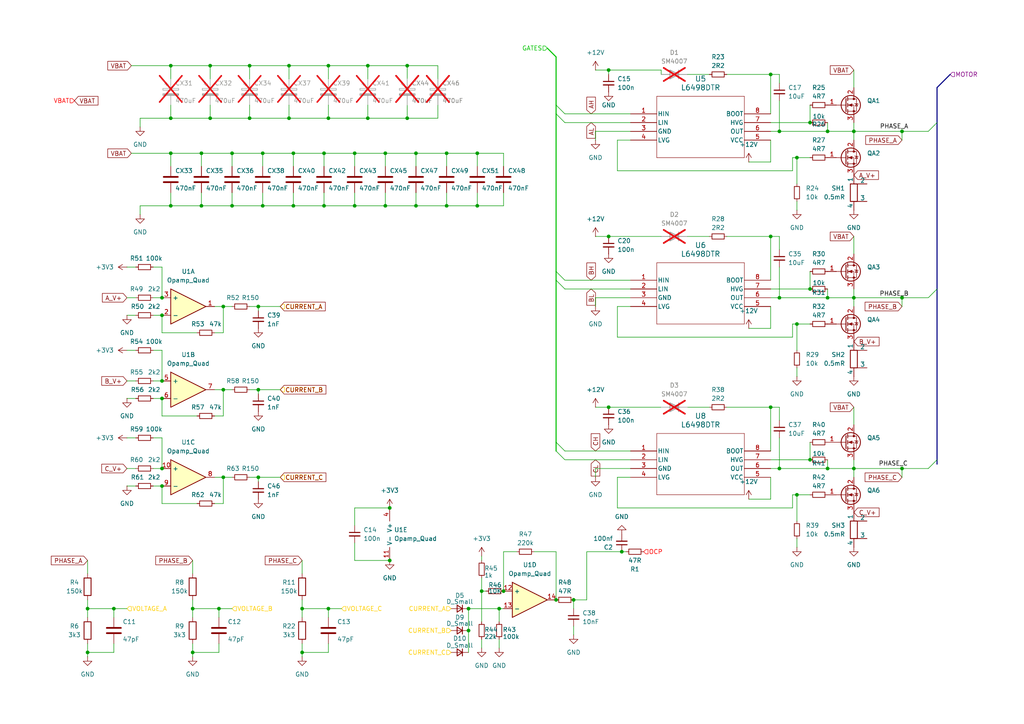
<source format=kicad_sch>
(kicad_sch (version 20231120) (generator "eeschema") (generator_version "8.0")
  (paper "A4")
  (junction (at 223.52 21.59))
  (junction (at 49.53 59.69))
  (junction (at 72.39 34.29))
  (junction (at 247.65 135.89))
  (junction (at 111.76 59.69))
  (junction (at 135.89 176.53))
  (junction (at 102.87 59.69))
  (junction (at 72.39 19.05))
  (junction (at 135.89 182.88))
  (junction (at 49.53 34.29))
  (junction (at 138.43 44.45))
  (junction (at 144.78 176.53))
  (junction (at 120.65 59.69))
  (junction (at 55.88 189.23))
  (junction (at 138.43 59.69))
  (junction (at 176.53 20.32))
  (junction (at 49.53 19.05))
  (junction (at 74.93 138.43))
  (junction (at 240.03 135.89))
  (junction (at 33.02 176.53))
  (junction (at 226.06 135.89))
  (junction (at 240.03 38.1))
  (junction (at 180.34 160.02))
  (junction (at 240.03 86.36))
  (junction (at 74.93 88.9))
  (junction (at 85.09 59.69))
  (junction (at 63.5 176.53))
  (junction (at 93.98 44.45))
  (junction (at 261.62 86.36))
  (junction (at 95.25 19.05))
  (junction (at 87.63 176.53))
  (junction (at 146.05 171.45))
  (junction (at 231.14 143.51))
  (junction (at 118.11 34.29))
  (junction (at 234.95 133.35))
  (junction (at 74.93 113.03))
  (junction (at 139.7 171.45))
  (junction (at 76.2 44.45))
  (junction (at 64.77 113.03))
  (junction (at 46.99 135.89))
  (junction (at 58.42 44.45))
  (junction (at 60.96 34.29))
  (junction (at 113.03 147.32))
  (junction (at 106.68 19.05))
  (junction (at 58.42 59.69))
  (junction (at 247.65 86.36))
  (junction (at 176.53 118.11))
  (junction (at 93.98 59.69))
  (junction (at 76.2 59.69))
  (junction (at 118.11 19.05))
  (junction (at 49.53 44.45))
  (junction (at 261.62 135.89))
  (junction (at 64.77 88.9))
  (junction (at 223.52 118.11))
  (junction (at 176.53 68.58))
  (junction (at 226.06 86.36))
  (junction (at 261.62 38.1))
  (junction (at 129.54 44.45))
  (junction (at 113.03 162.56))
  (junction (at 223.52 68.58))
  (junction (at 25.4 176.53))
  (junction (at 102.87 44.45))
  (junction (at 120.65 44.45))
  (junction (at 46.99 115.57))
  (junction (at 83.82 34.29))
  (junction (at 226.06 38.1))
  (junction (at 87.63 189.23))
  (junction (at 46.99 91.44))
  (junction (at 234.95 35.56))
  (junction (at 95.25 176.53))
  (junction (at 46.99 110.49))
  (junction (at 67.31 59.69))
  (junction (at 64.77 138.43))
  (junction (at 60.96 19.05))
  (junction (at 111.76 44.45))
  (junction (at 161.29 173.99))
  (junction (at 166.37 173.99))
  (junction (at 25.4 189.23))
  (junction (at 67.31 44.45))
  (junction (at 231.14 93.98))
  (junction (at 106.68 34.29))
  (junction (at 231.14 45.72))
  (junction (at 85.09 44.45))
  (junction (at 46.99 140.97))
  (junction (at 46.99 86.36))
  (junction (at 83.82 19.05))
  (junction (at 247.65 38.1))
  (junction (at 234.95 83.82))
  (junction (at 129.54 59.69))
  (junction (at 55.88 176.53))
  (junction (at 95.25 34.29))
  (bus_entry (at 161.29 128.27) (size 2.54 2.54))
  (bus_entry (at 161.29 33.02) (size 2.54 2.54))
  (bus_entry (at 161.29 78.74) (size 2.54 2.54))
  (bus_entry (at 161.29 130.81) (size 2.54 2.54))
  (bus_entry (at 271.78 133.35) (size -2.54 2.54))
  (bus_entry (at 271.78 83.82) (size -2.54 2.54))
  (bus_entry (at 271.78 35.56) (size -2.54 2.54))
  (bus_entry (at 161.29 81.28) (size 2.54 2.54))
  (bus_entry (at 161.29 30.48) (size 2.54 2.54))
  (wire (pts (xy 87.63 176.53) (xy 87.63 179.07)))
  (wire (pts (xy 25.4 173.99) (xy 25.4 176.53)))
  (wire (pts (xy 226.06 135.89) (xy 240.03 135.89)))
  (wire (pts (xy 64.77 113.03) (xy 67.31 113.03)))
  (wire (pts (xy 118.11 34.29) (xy 127 34.29)))
  (wire (pts (xy 64.77 88.9) (xy 67.31 88.9)))
  (wire (pts (xy 46.99 120.65) (xy 46.99 115.57)))
  (wire (pts (xy 138.43 55.88) (xy 138.43 59.69)))
  (wire (pts (xy 46.99 86.36) (xy 46.99 77.47)))
  (wire (pts (xy 111.76 44.45) (xy 120.65 44.45)))
  (wire (pts (xy 102.87 147.32) (xy 102.87 152.4)))
  (wire (pts (xy 93.98 55.88) (xy 93.98 59.69)))
  (wire (pts (xy 247.65 40.64) (xy 247.65 38.1)))
  (wire (pts (xy 102.87 44.45) (xy 111.76 44.45)))
  (wire (pts (xy 166.37 173.99) (xy 166.37 176.53)))
  (wire (pts (xy 57.15 96.52) (xy 46.99 96.52)))
  (wire (pts (xy 226.06 38.1) (xy 240.03 38.1)))
  (wire (pts (xy 163.83 81.28) (xy 182.88 81.28)))
  (wire (pts (xy 95.25 186.69) (xy 95.25 189.23)))
  (wire (pts (xy 33.02 189.23) (xy 25.4 189.23)))
  (wire (pts (xy 172.72 118.11) (xy 176.53 118.11)))
  (wire (pts (xy 223.52 135.89) (xy 226.06 135.89)))
  (wire (pts (xy 181.61 160.02) (xy 180.34 160.02)))
  (wire (pts (xy 40.64 59.69) (xy 40.64 62.23)))
  (wire (pts (xy 223.52 95.25) (xy 217.17 95.25)))
  (wire (pts (xy 231.14 143.51) (xy 229.87 143.51)))
  (wire (pts (xy 33.02 176.53) (xy 33.02 179.07)))
  (wire (pts (xy 58.42 44.45) (xy 67.31 44.45)))
  (wire (pts (xy 247.65 86.36) (xy 261.62 86.36)))
  (wire (pts (xy 106.68 19.05) (xy 106.68 22.86)))
  (wire (pts (xy 72.39 113.03) (xy 74.93 113.03)))
  (wire (pts (xy 111.76 59.69) (xy 120.65 59.69)))
  (wire (pts (xy 261.62 86.36) (xy 269.24 86.36)))
  (wire (pts (xy 199.39 118.11) (xy 205.74 118.11)))
  (wire (pts (xy 231.14 53.34) (xy 231.14 45.72)))
  (wire (pts (xy 139.7 167.64) (xy 139.7 171.45)))
  (wire (pts (xy 144.78 185.42) (xy 144.78 187.96)))
  (wire (pts (xy 102.87 59.69) (xy 111.76 59.69)))
  (wire (pts (xy 95.25 19.05) (xy 106.68 19.05)))
  (wire (pts (xy 111.76 44.45) (xy 111.76 48.26)))
  (wire (pts (xy 64.77 88.9) (xy 64.77 96.52)))
  (wire (pts (xy 74.93 113.03) (xy 81.28 113.03)))
  (wire (pts (xy 161.29 160.02) (xy 161.29 173.99)))
  (wire (pts (xy 240.03 38.1) (xy 247.65 38.1)))
  (wire (pts (xy 85.09 44.45) (xy 85.09 48.26)))
  (wire (pts (xy 46.99 110.49) (xy 46.99 101.6)))
  (wire (pts (xy 67.31 44.45) (xy 67.31 48.26)))
  (bus (pts (xy 161.29 81.28) (xy 161.29 128.27)) (stroke (width 0) (color 0 194 0 1)))
  (wire (pts (xy 64.77 96.52) (xy 62.23 96.52)))
  (wire (pts (xy 226.06 127) (xy 226.06 135.89)))
  (wire (pts (xy 95.25 34.29) (xy 106.68 34.29)))
  (wire (pts (xy 247.65 135.89) (xy 261.62 135.89)))
  (wire (pts (xy 179.07 97.79) (xy 179.07 88.9)))
  (wire (pts (xy 231.14 156.21) (xy 231.14 158.75)))
  (wire (pts (xy 138.43 44.45) (xy 138.43 48.26)))
  (wire (pts (xy 67.31 55.88) (xy 67.31 59.69)))
  (wire (pts (xy 44.45 77.47) (xy 46.99 77.47)))
  (wire (pts (xy 36.83 77.47) (xy 39.37 77.47)))
  (wire (pts (xy 139.7 171.45) (xy 140.97 171.45)))
  (wire (pts (xy 223.52 86.36) (xy 226.06 86.36)))
  (wire (pts (xy 127 19.05) (xy 127 22.86)))
  (wire (pts (xy 55.88 173.99) (xy 55.88 176.53)))
  (wire (pts (xy 46.99 135.89) (xy 46.99 127)))
  (wire (pts (xy 135.89 182.88) (xy 135.89 189.23)))
  (wire (pts (xy 182.88 38.1) (xy 172.72 38.1)))
  (wire (pts (xy 139.7 161.29) (xy 139.7 162.56)))
  (wire (pts (xy 64.77 120.65) (xy 62.23 120.65)))
  (wire (pts (xy 129.54 55.88) (xy 129.54 59.69)))
  (wire (pts (xy 49.53 34.29) (xy 60.96 34.29)))
  (wire (pts (xy 234.95 78.74) (xy 234.95 83.82)))
  (wire (pts (xy 234.95 133.35) (xy 223.52 133.35)))
  (wire (pts (xy 36.83 140.97) (xy 39.37 140.97)))
  (wire (pts (xy 129.54 59.69) (xy 120.65 59.69)))
  (wire (pts (xy 60.96 30.48) (xy 60.96 34.29)))
  (bus (pts (xy 271.78 133.35) (xy 271.78 134.62)))
  (wire (pts (xy 247.65 68.58) (xy 247.65 73.66)))
  (wire (pts (xy 139.7 171.45) (xy 139.7 180.34)))
  (wire (pts (xy 67.31 44.45) (xy 76.2 44.45)))
  (wire (pts (xy 231.14 106.68) (xy 231.14 109.22)))
  (wire (pts (xy 210.82 68.58) (xy 223.52 68.58)))
  (bus (pts (xy 158.75 13.97) (xy 161.29 16.51)) (stroke (width 0) (color 0 194 0 1)))
  (wire (pts (xy 223.52 46.99) (xy 217.17 46.99)))
  (wire (pts (xy 231.14 58.42) (xy 231.14 60.96)))
  (wire (pts (xy 240.03 135.89) (xy 247.65 135.89)))
  (wire (pts (xy 210.82 118.11) (xy 223.52 118.11)))
  (wire (pts (xy 106.68 34.29) (xy 118.11 34.29)))
  (wire (pts (xy 49.53 30.48) (xy 49.53 34.29)))
  (wire (pts (xy 55.88 176.53) (xy 63.5 176.53)))
  (wire (pts (xy 170.18 173.99) (xy 166.37 173.99)))
  (wire (pts (xy 60.96 34.29) (xy 72.39 34.29)))
  (wire (pts (xy 93.98 44.45) (xy 93.98 48.26)))
  (wire (pts (xy 261.62 38.1) (xy 269.24 38.1)))
  (wire (pts (xy 57.15 120.65) (xy 46.99 120.65)))
  (wire (pts (xy 199.39 21.59) (xy 205.74 21.59)))
  (wire (pts (xy 229.87 147.32) (xy 179.07 147.32)))
  (wire (pts (xy 25.4 186.69) (xy 25.4 189.23)))
  (wire (pts (xy 44.45 115.57) (xy 46.99 115.57)))
  (wire (pts (xy 64.77 138.43) (xy 67.31 138.43)))
  (wire (pts (xy 247.65 38.1) (xy 261.62 38.1)))
  (wire (pts (xy 179.07 49.53) (xy 179.07 40.64)))
  (wire (pts (xy 120.65 44.45) (xy 120.65 48.26)))
  (wire (pts (xy 179.07 138.43) (xy 182.88 138.43)))
  (wire (pts (xy 55.88 176.53) (xy 55.88 179.07)))
  (wire (pts (xy 62.23 138.43) (xy 64.77 138.43)))
  (wire (pts (xy 261.62 38.1) (xy 261.62 40.64)))
  (wire (pts (xy 49.53 44.45) (xy 58.42 44.45)))
  (wire (pts (xy 111.76 55.88) (xy 111.76 59.69)))
  (wire (pts (xy 40.64 59.69) (xy 49.53 59.69)))
  (wire (pts (xy 154.94 160.02) (xy 161.29 160.02)))
  (wire (pts (xy 223.52 138.43) (xy 223.52 144.78)))
  (wire (pts (xy 261.62 86.36) (xy 261.62 88.9)))
  (wire (pts (xy 76.2 59.69) (xy 67.31 59.69)))
  (bus (pts (xy 161.29 78.74) (xy 161.29 81.28)) (stroke (width 0) (color 0 194 0 1)))
  (wire (pts (xy 62.23 113.03) (xy 64.77 113.03)))
  (wire (pts (xy 176.53 20.32) (xy 191.77 20.32)))
  (wire (pts (xy 226.06 77.47) (xy 226.06 86.36)))
  (wire (pts (xy 176.53 118.11) (xy 191.77 118.11)))
  (wire (pts (xy 58.42 44.45) (xy 58.42 48.26)))
  (wire (pts (xy 87.63 162.56) (xy 87.63 166.37)))
  (wire (pts (xy 87.63 189.23) (xy 87.63 190.5)))
  (wire (pts (xy 199.39 68.58) (xy 205.74 68.58)))
  (wire (pts (xy 63.5 186.69) (xy 63.5 189.23)))
  (wire (pts (xy 163.83 133.35) (xy 182.88 133.35)))
  (wire (pts (xy 182.88 86.36) (xy 172.72 86.36)))
  (wire (pts (xy 226.06 68.58) (xy 226.06 72.39)))
  (wire (pts (xy 85.09 55.88) (xy 85.09 59.69)))
  (wire (pts (xy 172.72 38.1) (xy 172.72 40.64)))
  (wire (pts (xy 58.42 59.69) (xy 67.31 59.69)))
  (wire (pts (xy 223.52 40.64) (xy 223.52 46.99)))
  (wire (pts (xy 44.45 127) (xy 46.99 127)))
  (wire (pts (xy 102.87 162.56) (xy 113.03 162.56)))
  (wire (pts (xy 172.72 20.32) (xy 176.53 20.32)))
  (wire (pts (xy 57.15 146.05) (xy 46.99 146.05)))
  (wire (pts (xy 72.39 88.9) (xy 74.93 88.9)))
  (wire (pts (xy 46.99 146.05) (xy 46.99 140.97)))
  (wire (pts (xy 261.62 135.89) (xy 269.24 135.89)))
  (wire (pts (xy 229.87 97.79) (xy 179.07 97.79)))
  (wire (pts (xy 146.05 44.45) (xy 146.05 48.26)))
  (wire (pts (xy 46.99 96.52) (xy 46.99 91.44)))
  (wire (pts (xy 127 30.48) (xy 127 34.29)))
  (wire (pts (xy 226.06 21.59) (xy 226.06 24.13)))
  (wire (pts (xy 87.63 176.53) (xy 95.25 176.53)))
  (wire (pts (xy 210.82 21.59) (xy 223.52 21.59)))
  (wire (pts (xy 49.53 59.69) (xy 58.42 59.69)))
  (wire (pts (xy 83.82 19.05) (xy 95.25 19.05)))
  (wire (pts (xy 25.4 176.53) (xy 25.4 179.07)))
  (wire (pts (xy 49.53 19.05) (xy 60.96 19.05)))
  (wire (pts (xy 85.09 44.45) (xy 93.98 44.45)))
  (wire (pts (xy 38.1 44.45) (xy 49.53 44.45)))
  (wire (pts (xy 74.93 138.43) (xy 81.28 138.43)))
  (wire (pts (xy 76.2 44.45) (xy 85.09 44.45)))
  (wire (pts (xy 172.72 135.89) (xy 172.72 138.43)))
  (wire (pts (xy 176.53 68.58) (xy 191.77 68.58)))
  (wire (pts (xy 87.63 186.69) (xy 87.63 189.23)))
  (wire (pts (xy 129.54 44.45) (xy 138.43 44.45)))
  (wire (pts (xy 223.52 68.58) (xy 223.52 81.28)))
  (wire (pts (xy 240.03 35.56) (xy 240.03 38.1)))
  (wire (pts (xy 63.5 176.53) (xy 63.5 179.07)))
  (wire (pts (xy 36.83 86.36) (xy 39.37 86.36)))
  (wire (pts (xy 95.25 189.23) (xy 87.63 189.23)))
  (bus (pts (xy 161.29 128.27) (xy 161.29 130.81)) (stroke (width 0) (color 0 194 0 1)))
  (wire (pts (xy 166.37 181.61) (xy 166.37 184.15)))
  (wire (pts (xy 64.77 113.03) (xy 64.77 120.65)))
  (wire (pts (xy 58.42 55.88) (xy 58.42 59.69)))
  (wire (pts (xy 83.82 19.05) (xy 83.82 22.86)))
  (wire (pts (xy 102.87 157.48) (xy 102.87 162.56)))
  (bus (pts (xy 161.29 16.51) (xy 161.29 30.48)) (stroke (width 0) (color 0 194 0 1)))
  (wire (pts (xy 234.95 128.27) (xy 234.95 133.35)))
  (wire (pts (xy 146.05 59.69) (xy 138.43 59.69)))
  (bus (pts (xy 271.78 83.82) (xy 271.78 133.35)))
  (wire (pts (xy 72.39 19.05) (xy 72.39 22.86)))
  (wire (pts (xy 182.88 135.89) (xy 172.72 135.89)))
  (wire (pts (xy 223.52 144.78) (xy 217.17 144.78)))
  (wire (pts (xy 191.77 20.32) (xy 191.77 21.59)))
  (wire (pts (xy 234.95 83.82) (xy 223.52 83.82)))
  (wire (pts (xy 44.45 101.6) (xy 46.99 101.6)))
  (wire (pts (xy 83.82 34.29) (xy 95.25 34.29)))
  (wire (pts (xy 223.52 21.59) (xy 223.52 33.02)))
  (wire (pts (xy 44.45 110.49) (xy 46.99 110.49)))
  (wire (pts (xy 36.83 127) (xy 39.37 127)))
  (wire (pts (xy 49.53 34.29) (xy 40.64 34.29)))
  (wire (pts (xy 95.25 19.05) (xy 95.25 22.86)))
  (wire (pts (xy 163.83 35.56) (xy 182.88 35.56)))
  (wire (pts (xy 163.83 83.82) (xy 182.88 83.82)))
  (wire (pts (xy 261.62 135.89) (xy 261.62 138.43)))
  (wire (pts (xy 38.1 19.05) (xy 49.53 19.05)))
  (wire (pts (xy 102.87 55.88) (xy 102.87 59.69)))
  (wire (pts (xy 74.93 113.03) (xy 74.93 114.3)))
  (wire (pts (xy 72.39 19.05) (xy 83.82 19.05)))
  (wire (pts (xy 49.53 19.05) (xy 49.53 22.86)))
  (wire (pts (xy 49.53 44.45) (xy 49.53 48.26)))
  (wire (pts (xy 72.39 138.43) (xy 74.93 138.43)))
  (wire (pts (xy 33.02 176.53) (xy 36.83 176.53)))
  (wire (pts (xy 85.09 59.69) (xy 93.98 59.69)))
  (wire (pts (xy 223.52 68.58) (xy 226.06 68.58)))
  (wire (pts (xy 76.2 44.45) (xy 76.2 48.26)))
  (wire (pts (xy 95.25 176.53) (xy 99.06 176.53)))
  (wire (pts (xy 40.64 34.29) (xy 40.64 36.83)))
  (wire (pts (xy 44.45 135.89) (xy 46.99 135.89)))
  (wire (pts (xy 179.07 147.32) (xy 179.07 138.43)))
  (wire (pts (xy 76.2 55.88) (xy 76.2 59.69)))
  (wire (pts (xy 118.11 19.05) (xy 118.11 22.86)))
  (wire (pts (xy 102.87 44.45) (xy 102.87 48.26)))
  (wire (pts (xy 93.98 59.69) (xy 102.87 59.69)))
  (wire (pts (xy 55.88 189.23) (xy 55.88 190.5)))
  (wire (pts (xy 63.5 189.23) (xy 55.88 189.23)))
  (wire (pts (xy 146.05 160.02) (xy 149.86 160.02)))
  (wire (pts (xy 44.45 91.44) (xy 46.99 91.44)))
  (wire (pts (xy 135.89 176.53) (xy 144.78 176.53)))
  (wire (pts (xy 163.83 33.02) (xy 182.88 33.02)))
  (wire (pts (xy 223.52 88.9) (xy 223.52 95.25)))
  (wire (pts (xy 36.83 101.6) (xy 39.37 101.6)))
  (wire (pts (xy 144.78 176.53) (xy 146.05 176.53)))
  (wire (pts (xy 146.05 171.45) (xy 146.05 160.02)))
  (wire (pts (xy 179.07 40.64) (xy 182.88 40.64)))
  (wire (pts (xy 247.65 138.43) (xy 247.65 135.89)))
  (wire (pts (xy 118.11 30.48) (xy 118.11 34.29)))
  (wire (pts (xy 229.87 93.98) (xy 229.87 97.79)))
  (wire (pts (xy 74.93 88.9) (xy 74.93 90.17)))
  (wire (pts (xy 36.83 91.44) (xy 39.37 91.44)))
  (wire (pts (xy 36.83 135.89) (xy 39.37 135.89)))
  (wire (pts (xy 247.65 38.1) (xy 247.65 35.56)))
  (wire (pts (xy 138.43 44.45) (xy 146.05 44.45)))
  (wire (pts (xy 247.65 118.11) (xy 247.65 123.19)))
  (wire (pts (xy 144.78 176.53) (xy 144.78 180.34)))
  (wire (pts (xy 72.39 34.29) (xy 83.82 34.29)))
  (wire (pts (xy 234.95 93.98) (xy 231.14 93.98)))
  (wire (pts (xy 234.95 45.72) (xy 231.14 45.72)))
  (wire (pts (xy 234.95 30.48) (xy 234.95 35.56)))
  (wire (pts (xy 135.89 176.53) (xy 135.89 182.88)))
  (wire (pts (xy 229.87 143.51) (xy 229.87 147.32)))
  (wire (pts (xy 240.03 83.82) (xy 240.03 86.36)))
  (wire (pts (xy 146.05 55.88) (xy 146.05 59.69)))
  (bus (pts (xy 271.78 25.4) (xy 271.78 35.56)))
  (wire (pts (xy 170.18 160.02) (xy 170.18 173.99)))
  (wire (pts (xy 64.77 138.43) (xy 64.77 146.05)))
  (bus (pts (xy 271.78 35.56) (xy 271.78 83.82)))
  (wire (pts (xy 138.43 59.69) (xy 129.54 59.69)))
  (wire (pts (xy 223.52 118.11) (xy 223.52 130.81)))
  (wire (pts (xy 226.06 29.21) (xy 226.06 38.1)))
  (wire (pts (xy 223.52 21.59) (xy 226.06 21.59)))
  (wire (pts (xy 226.06 86.36) (xy 240.03 86.36)))
  (wire (pts (xy 139.7 185.42) (xy 139.7 187.96)))
  (wire (pts (xy 72.39 30.48) (xy 72.39 34.29)))
  (wire (pts (xy 120.65 44.45) (xy 129.54 44.45)))
  (wire (pts (xy 231.14 151.13) (xy 231.14 143.51)))
  (wire (pts (xy 55.88 162.56) (xy 55.88 166.37)))
  (wire (pts (xy 234.95 143.51) (xy 231.14 143.51)))
  (wire (pts (xy 93.98 44.45) (xy 102.87 44.45)))
  (wire (pts (xy 49.53 55.88) (xy 49.53 59.69)))
  (wire (pts (xy 63.5 176.53) (xy 67.31 176.53)))
  (wire (pts (xy 120.65 55.88) (xy 120.65 59.69)))
  (wire (pts (xy 176.53 20.32) (xy 176.53 21.59)))
  (wire (pts (xy 25.4 176.53) (xy 33.02 176.53)))
  (wire (pts (xy 95.25 30.48) (xy 95.25 34.29)))
  (wire (pts (xy 226.06 118.11) (xy 226.06 121.92)))
  (wire (pts (xy 247.65 86.36) (xy 247.65 83.82)))
  (wire (pts (xy 240.03 133.35) (xy 240.03 135.89)))
  (bus (pts (xy 161.29 30.48) (xy 161.29 33.02)) (stroke (width 0) (color 0 194 0 1)))
  (wire (pts (xy 240.03 86.36) (xy 247.65 86.36)))
  (wire (pts (xy 44.45 86.36) (xy 46.99 86.36)))
  (wire (pts (xy 247.65 135.89) (xy 247.65 133.35)))
  (wire (pts (xy 247.65 88.9) (xy 247.65 86.36)))
  (wire (pts (xy 74.93 138.43) (xy 74.93 139.7)))
  (wire (pts (xy 106.68 19.05) (xy 118.11 19.05)))
  (wire (pts (xy 74.93 88.9) (xy 81.28 88.9)))
  (wire (pts (xy 55.88 186.69) (xy 55.88 189.23)))
  (wire (pts (xy 231.14 101.6) (xy 231.14 93.98)))
  (wire (pts (xy 129.54 44.45) (xy 129.54 48.26)))
  (wire (pts (xy 25.4 162.56) (xy 25.4 166.37)))
  (wire (pts (xy 229.87 45.72) (xy 229.87 49.53)))
  (wire (pts (xy 64.77 146.05) (xy 62.23 146.05)))
  (wire (pts (xy 231.14 45.72) (xy 229.87 45.72)))
  (wire (pts (xy 33.02 186.69) (xy 33.02 189.23)))
  (wire (pts (xy 60.96 19.05) (xy 60.96 22.86)))
  (wire (pts (xy 36.83 115.57) (xy 39.37 115.57)))
  (wire (pts (xy 179.07 88.9) (xy 182.88 88.9)))
  (wire (pts (xy 118.11 19.05) (xy 127 19.05)))
  (wire (pts (xy 44.45 140.97) (xy 46.99 140.97)))
  (wire (pts (xy 62.23 88.9) (xy 64.77 88.9)))
  (wire (pts (xy 85.09 59.69) (xy 76.2 59.69)))
  (wire (pts (xy 36.83 110.49) (xy 39.37 110.49)))
  (wire (pts (xy 170.18 160.02) (xy 180.34 160.02)))
  (wire (pts (xy 83.82 30.48) (xy 83.82 34.29)))
  (wire (pts (xy 223.52 38.1) (xy 226.06 38.1)))
  (wire (pts (xy 247.65 20.32) (xy 247.65 25.4)))
  (bus (pts (xy 275.59 21.59) (xy 271.78 25.4)))
  (wire (pts (xy 113.03 147.32) (xy 102.87 147.32)))
  (wire (pts (xy 172.72 86.36) (xy 172.72 88.9)))
  (bus (pts (xy 161.29 33.02) (xy 161.29 78.74)) (stroke (width 0) (color 0 194 0 1)))
  (wire (pts (xy 95.25 176.53) (xy 95.25 179.07)))
  (wire (pts (xy 223.52 118.11) (xy 226.06 118.11)))
  (wire (pts (xy 231.14 93.98) (xy 229.87 93.98)))
  (wire (pts (xy 229.87 49.53) (xy 179.07 49.53)))
  (wire (pts (xy 163.83 130.81) (xy 182.88 130.81)))
  (wire (pts (xy 172.72 68.58) (xy 176.53 68.58)))
  (wire (pts (xy 106.68 30.48) (xy 106.68 34.29)))
  (wire (pts (xy 87.63 173.99) (xy 87.63 176.53)))
  (wire (pts (xy 234.95 35.56) (xy 223.52 35.56)))
  (wire (pts (xy 60.96 19.05) (xy 72.39 19.05)))
  (wire (pts (xy 25.4 189.23) (xy 25.4 190.5)))
  (text "PHASE_B" (at 259.334 85.344 0) (effects (font (size 1.27 1.27))))
  (text "PHASE_C" (at 259.08 134.62 0) (effects (font (size 1.27 1.27))))
  (text "PHASE_A" (at 259.334 36.83 0) (effects (font (size 1.27 1.27))))
  (global_label "PHASE_C" (shape input) (at 87.63 162.56 180) (property "Intersheetrefs" "${INTERSHEET_REFS}" (effects (hide yes))))
  (global_label "PHASE_A" (shape input) (at 25.4 162.56 180) (property "Intersheetrefs" "${INTERSHEET_REFS}" (effects (hide yes))))
  (global_label "VBAT" (shape input) (at 247.65 20.32 180) (property "Intersheetrefs" "${INTERSHEET_REFS}" (effects (hide yes))))
  (global_label "VBAT" (shape input) (at 247.65 68.58 180) (property "Intersheetrefs" "${INTERSHEET_REFS}" (effects (hide yes))))
  (global_label "A_V+" (shape input) (at 247.65 50.8 0) (property "Intersheetrefs" "${INTERSHEET_REFS}" (effects (hide yes))))
  (global_label "CURRENT_A" (shape input) (at 81.28 88.9 0) (property "Intersheetrefs" "${INTERSHEET_REFS}" (effects (hide yes))))
  (global_label "C_V+" (shape input) (at 247.65 148.59 0) (property "Intersheetrefs" "${INTERSHEET_REFS}" (effects (hide yes))))
  (global_label "PHASE_B" (shape input) (at 55.88 162.56 180) (property "Intersheetrefs" "${INTERSHEET_REFS}" (effects (hide yes))))
  (global_label "CURRENT_B" (shape input) (at 81.28 113.03 0) (property "Intersheetrefs" "${INTERSHEET_REFS}" (effects (hide yes))))
  (global_label "BH" (shape input) (at 171.45 81.28 90) (property "Intersheetrefs" "${INTERSHEET_REFS}" (effects (hide yes))))
  (global_label "PHASE_B" (shape input) (at 261.62 88.9 180) (property "Intersheetrefs" "${INTERSHEET_REFS}" (effects (hide yes))))
  (global_label "VBAT" (shape input) (at 247.65 118.11 180) (property "Intersheetrefs" "${INTERSHEET_REFS}" (effects (hide yes))))
  (global_label "VBAT" (shape input) (at 21.59 29.21 0) (property "Intersheetrefs" "${INTERSHEET_REFS}" (effects (hide yes))))
  (global_label "CURRENT_C" (shape input) (at 81.28 138.43 0) (property "Intersheetrefs" "${INTERSHEET_REFS}" (effects (hide yes))))
  (global_label "B_V+" (shape input) (at 36.83 110.49 180) (property "Intersheetrefs" "${INTERSHEET_REFS}" (effects (hide yes))))
  (global_label "CL" (shape input) (at 172.72 133.35 270) (property "Intersheetrefs" "${INTERSHEET_REFS}" (effects (hide yes))))
  (global_label "AL" (shape input) (at 171.45 35.56 270) (property "Intersheetrefs" "${INTERSHEET_REFS}" (effects (hide yes))))
  (global_label "BL" (shape input) (at 171.45 83.82 270) (property "Intersheetrefs" "${INTERSHEET_REFS}" (effects (hide yes))))
  (global_label "A_V+" (shape input) (at 36.83 86.36 180) (property "Intersheetrefs" "${INTERSHEET_REFS}" (effects (hide yes))))
  (global_label "AH" (shape input) (at 171.45 33.02 90) (property "Intersheetrefs" "${INTERSHEET_REFS}" (effects (hide yes))))
  (global_label "VBAT" (shape input) (at 38.1 44.45 180) (property "Intersheetrefs" "${INTERSHEET_REFS}" (effects (hide yes))))
  (global_label "VBAT" (shape input) (at 38.1 19.05 180) (property "Intersheetrefs" "${INTERSHEET_REFS}" (effects (hide yes))))
  (global_label "CH" (shape input) (at 172.72 130.81 90) (property "Intersheetrefs" "${INTERSHEET_REFS}" (effects (hide yes))))
  (global_label "PHASE_A" (shape input) (at 261.62 40.64 180) (property "Intersheetrefs" "${INTERSHEET_REFS}" (effects (hide yes))))
  (global_label "PHASE_C" (shape input) (at 261.62 138.43 180) (property "Intersheetrefs" "${INTERSHEET_REFS}" (effects (hide yes))))
  (global_label "B_V+" (shape input) (at 247.65 99.06 0) (property "Intersheetrefs" "${INTERSHEET_REFS}" (effects (hide yes))))
  (global_label "C_V+" (shape input) (at 36.83 135.89 180) (property "Intersheetrefs" "${INTERSHEET_REFS}" (effects (hide yes))))
  (hierarchical_label "MOTOR" (shape input) (at 275.59 21.59 0))
  (hierarchical_label "CURRENT_B" (shape input) (at 81.28 113.03 0))
  (hierarchical_label "GATES" (shape input) (at 158.75 13.97 180))
  (hierarchical_label "VBAT" (shape input) (at 21.59 29.21 180))
  (hierarchical_label "CURRENT_C" (shape input) (at 130.81 189.23 180))
  (hierarchical_label "VOLTAGE_A" (shape input) (at 36.83 176.53 0))
  (hierarchical_label "VOLTAGE_B" (shape input) (at 67.31 176.53 0))
  (hierarchical_label "VOLTAGE_C" (shape input) (at 99.06 176.53 0))
  (hierarchical_label "CURRENT_A" (shape input) (at 130.81 176.53 180))
  (hierarchical_label "CURRENT_B" (shape input) (at 130.81 182.88 180))
  (hierarchical_label "OCP" (shape input) (at 186.69 160.02 0))
  (hierarchical_label "CURRENT_A" (shape input) (at 81.28 88.9 0))
  (hierarchical_label "CURRENT_C" (shape input) (at 81.28 138.43 0))
  (symbol (lib_id "Device:C_Small") (at 74.93 142.24 0) (unit 1)
    (property "Reference" "C46" (at 77.47 140.9762 0) (effects (justify left)))
    (property "Value" "1nF" (at 77.47 143.5162 0) (effects (justify left)))
    (property "Footprint" "Capacitor_SMD:C_0603_1608Metric" (effects (hide yes)))
    (property "Description" "Unpolarized capacitor, small symbol" (effects (hide yes)))
    (property "LCSC" " C1588" (effects (hide yes)))
  )
  (symbol (lib_id "Device:R_Small") (at 231.14 153.67 0) (unit 1)
    (property "Reference" "R39" (at 233.68 152.3999 0) (effects (justify left)))
    (property "Value" "10k" (at 233.68 154.9399 0) (effects (justify left)))
    (property "Footprint" "Resistor_SMD:R_0603_1608Metric" (effects (hide yes)))
    (property "Description" "Resistor, small symbol" (effects (hide yes)))
    (property "LCSC" " C25804" (effects (hide yes)))
  )
  (symbol (lib_id "Device:R") (at 25.4 182.88 180) (unit 1)
    (property "Reference" "R6" (at 21.59 181.61 0))
    (property "Value" "3k3" (at 21.59 184.15 0))
    (property "Footprint" "Resistor_SMD:R_0603_1608Metric" (effects (hide yes)))
    (property "MFR PT" "0603WAF3301T5E" (effects (hide yes)))
    (property "LCSC" "C22978" (effects (hide yes)))
  )
  (symbol (lib_id "Device:C") (at 93.98 52.07 0) (unit 1)
    (property "Reference" "CX42" (at 95.25 49.53 0) (effects (justify left)))
    (property "Value" "470nF" (at 95.25 54.61 0) (effects (justify left)))
    (property "Footprint" "Capacitor_SMD:C_1210_3225Metric" (effects (hide yes)))
    (property "MFR PT" "FM32X474K251EGG" (effects (hide yes)))
    (property "LCSC" "C192761" (effects (hide yes)))
  )
  (symbol (lib_id "Device:C_Polarized") (at 118.11 26.67 0) (unit 1) (dnp yes)
    (property "Reference" "CX44" (at 119.38 24.13 0) (effects (justify left)))
    (property "Value" "470uF" (at 119.38 29.21 0) (effects (justify left)))
    (property "Footprint" "CCC_ESC_Custom_parts:CAP_Polaryzed" (effects (hide yes)))
  )
  (symbol (lib_id "Device:C") (at 33.02 182.88 0) (unit 1)
    (property "Reference" "C11" (at 35.56 180.34 0) (effects (justify left)))
    (property "Value" "47pF" (at 35.56 185.42 0) (effects (justify left)))
    (property "Footprint" "Capacitor_SMD:C_0603_1608Metric" (effects (hide yes)))
    (property "MFR PT" "CL10C470JB8NNNC" (effects (hide yes)))
    (property "LCSC" " C1671" (effects (hide yes)))
  )
  (symbol (lib_id "Device:R_Small") (at 69.85 113.03 90) (unit 1)
    (property "Reference" "R58" (at 67.564 110.49 90))
    (property "Value" "R150" (at 72.644 110.49 90))
    (property "Footprint" "Resistor_SMD:R_0603_1608Metric" (effects (hide yes)))
    (property "Description" "Resistor, small symbol" (effects (hide yes)))
    (property "LCSC" "C22808" (effects (hide yes)))
  )
  (symbol (lib_id "Device:R_Small") (at 41.91 77.47 90) (unit 1)
    (property "Reference" "R51" (at 39.624 74.93 90))
    (property "Value" "100k" (at 44.704 74.93 90))
    (property "Footprint" "Resistor_SMD:R_0603_1608Metric" (effects (hide yes)))
    (property "Description" "Resistor, small symbol" (effects (hide yes)))
    (property "LCSC" "C25803" (effects (hide yes)))
  )
  (symbol (lib_id "Device:R_Small") (at 237.49 133.35 90) (unit 1)
    (property "Reference" "R41" (at 237.49 134.366 90))
    (property "Value" "10k" (at 237.49 131.572 90))
    (property "Footprint" "Resistor_SMD:R_0603_1608Metric" (effects (hide yes)))
    (property "Description" "Resistor, small symbol" (effects (hide yes)))
    (property "LCSC" " C25804" (effects (hide yes)))
  )
  (symbol (lib_id "Device:D_Small") (at 133.35 189.23 180) (unit 1)
    (property "Reference" "D10" (at 133.35 185.166 0))
    (property "Value" "D_Small" (at 133.35 187.198 0))
    (property "Footprint" "Diode_SMD:D_SOD-323" (effects (hide yes)))
    (property "Description" "Diode, small symbol" (effects (hide yes)))
    (property "Sim.Device" "D" (effects (hide yes)))
    (property "Sim.Pins" "1=K 2=A" (effects (hide yes)))
    (property "LCSC" "C191023" (effects (hide yes)))
  )
  (symbol (lib_id "Device:R_Shunt") (at 247.65 104.14 0) (unit 1)
    (property "Reference" "SH2" (at 245.11 102.8699 0) (effects (justify right)))
    (property "Value" "0.5mR" (at 245.11 105.4099 0) (effects (justify right)))
    (property "Footprint" "cccesdc:Shunt_2512_6332Metric" (effects (hide yes)))
    (property "Description" "Shunt resistor" (effects (hide yes)))
    (property "LCSC" "C7178835 " (effects (hide yes)))
  )
  (symbol (lib_id "Device:C_Polarized") (at 127 26.67 0) (unit 1) (dnp yes)
    (property "Reference" "CX46" (at 128.27 24.13 0) (effects (justify left)))
    (property "Value" "470uF" (at 128.27 29.21 0) (effects (justify left)))
    (property "Footprint" "CCC_ESC_Custom_parts:CAP_Polaryzed" (effects (hide yes)))
  )
  (symbol (lib_id "power:GND") (at 74.93 119.38 0) (unit 1)
    (property "Reference" "#PWR079" (effects (hide yes)))
    (property "Value" "GND" (at 74.93 124.46 0))
    (property "Description" "Power symbol creates a global label with name \"GND\" , ground" (effects (hide yes)))
  )
  (symbol (lib_id "Device:R") (at 55.88 182.88 180) (unit 1)
    (property "Reference" "R9" (at 52.07 181.61 0))
    (property "Value" "3k3" (at 52.07 184.15 0))
    (property "Footprint" "Resistor_SMD:R_0603_1608Metric" (effects (hide yes)))
    (property "MFR PT" "0603WAF3301T5E" (effects (hide yes)))
    (property "LCSC" "C22978" (effects (hide yes)))
  )
  (symbol (lib_id "power:+3V3") (at 36.83 101.6 90) (unit 1)
    (property "Reference" "#PWR057" (effects (hide yes)))
    (property "Value" "+3V3" (at 33.02 101.5999 90) (effects (justify left)))
    (property "Description" "Power symbol creates a global label with name \"+3V3\"" (effects (hide yes)))
  )
  (symbol (lib_id "Device:R_Small") (at 41.91 127 90) (unit 1)
    (property "Reference" "R59" (at 39.624 124.46 90))
    (property "Value" "100k" (at 44.704 124.46 90))
    (property "Footprint" "Resistor_SMD:R_0603_1608Metric" (effects (hide yes)))
    (property "Description" "Resistor, small symbol" (effects (hide yes)))
    (property "LCSC" "C25803" (effects (hide yes)))
  )
  (symbol (lib_id "power:+3V3") (at 113.03 147.32 0) (unit 1)
    (property "Reference" "#PWR08" (effects (hide yes)))
    (property "Value" "+3V3" (at 113.03 142.24 0))
    (property "Description" "Power symbol creates a global label with name \"+3V3\"" (effects (hide yes)))
  )
  (symbol (lib_id "Device:R_Small") (at 208.28 118.11 90) (unit 1)
    (property "Reference" "R38" (at 208.28 113.03 90))
    (property "Value" "2R2" (at 208.28 115.57 90))
    (property "Footprint" "Resistor_SMD:R_0603_1608Metric" (effects (hide yes)))
    (property "Description" "Resistor, small symbol" (effects (hide yes)))
    (property "LCSC" " C22939" (effects (hide yes)))
  )
  (symbol (lib_id "Device:R_Small") (at 184.15 160.02 270) (unit 1)
    (property "Reference" "R1" (at 184.15 165.1 90))
    (property "Value" "47R" (at 184.15 162.56 90))
    (property "Footprint" "Resistor_SMD:R_0402_1005Metric" (effects (hide yes)))
    (property "Description" "Resistor, small symbol" (effects (hide yes)))
    (property "LCSC" "C25118" (effects (hide yes)))
  )
  (symbol (lib_id "Device:C_Small") (at 226.06 124.46 0) (unit 1)
    (property "Reference" "C37" (at 228.6 123.1962 0) (effects (justify left)))
    (property "Value" "10uF" (at 228.6 125.7362 0) (effects (justify left)))
    (property "Footprint" "Capacitor_SMD:C_0603_1608Metric" (effects (hide yes)))
    (property "Description" "Unpolarized capacitor, small symbol" (effects (hide yes)))
    (property "LCSC" " C96446" (effects (hide yes)))
  )
  (symbol (lib_id "Device:R_Shunt") (at 247.65 153.67 0) (unit 1)
    (property "Reference" "SH3" (at 245.11 152.3999 0) (effects (justify right)))
    (property "Value" "0.5mR" (at 245.11 154.9399 0) (effects (justify right)))
    (property "Footprint" "cccesdc:Shunt_2512_6332Metric" (effects (hide yes)))
    (property "Description" "Shunt resistor" (effects (hide yes)))
    (property "LCSC" "C7178835 " (effects (hide yes)))
  )
  (symbol (lib_id "Device:C_Small") (at 74.93 92.71 0) (unit 1)
    (property "Reference" "C39" (at 77.47 91.4462 0) (effects (justify left)))
    (property "Value" "1nF" (at 77.47 93.9862 0) (effects (justify left)))
    (property "Footprint" "Capacitor_SMD:C_0603_1608Metric" (effects (hide yes)))
    (property "Description" "Unpolarized capacitor, small symbol" (effects (hide yes)))
    (property "LCSC" " C1588" (effects (hide yes)))
  )
  (symbol (lib_id "Device:R_Small") (at 208.28 68.58 90) (unit 1)
    (property "Reference" "R28" (at 208.28 63.5 90))
    (property "Value" "2R2" (at 208.28 66.04 90))
    (property "Footprint" "Resistor_SMD:R_0603_1608Metric" (effects (hide yes)))
    (property "Description" "Resistor, small symbol" (effects (hide yes)))
    (property "LCSC" " C22939" (effects (hide yes)))
  )
  (symbol (lib_id "Device:R_Small") (at 69.85 88.9 90) (unit 1)
    (property "Reference" "R52" (at 67.564 86.36 90))
    (property "Value" "R150" (at 72.644 86.36 90))
    (property "Footprint" "Resistor_SMD:R_0603_1608Metric" (effects (hide yes)))
    (property "Description" "Resistor, small symbol" (effects (hide yes)))
    (property "LCSC" "C22808" (effects (hide yes)))
  )
  (symbol (lib_id "Device:C_Small") (at 226.06 26.67 0) (unit 1)
    (property "Reference" "C17" (at 228.6 25.4062 0) (effects (justify left)))
    (property "Value" "10uF" (at 228.6 27.9462 0) (effects (justify left)))
    (property "Footprint" "Capacitor_SMD:C_0603_1608Metric" (effects (hide yes)))
    (property "Description" "Unpolarized capacitor, small symbol" (effects (hide yes)))
    (property "LCSC" " C96446" (effects (hide yes)))
  )
  (symbol (lib_id "Device:R") (at 25.4 170.18 180) (unit 1)
    (property "Reference" "R4" (at 21.59 168.91 0))
    (property "Value" "150k" (at 21.59 171.45 0))
    (property "Footprint" "Resistor_SMD:R_0805_2012Metric" (effects (hide yes)))
    (property "MFR PT" "0805W8F1503T5E" (effects (hide yes)))
    (property "LCSC" "C17470" (effects (hide yes)))
  )
  (symbol (lib_id "Device:C") (at 58.42 52.07 0) (unit 1)
    (property "Reference" "CX35" (at 59.69 49.53 0) (effects (justify left)))
    (property "Value" "470nF" (at 59.69 54.61 0) (effects (justify left)))
    (property "Footprint" "Capacitor_SMD:C_1210_3225Metric" (effects (hide yes)))
    (property "MFR PT" "FM32X474K251EGG" (effects (hide yes)))
    (property "LCSC" "C192761" (effects (hide yes)))
  )
  (symbol (lib_id "Device:C_Small") (at 176.53 71.12 0) (unit 1)
    (property "Reference" "C20" (at 179.07 69.8562 0) (effects (justify left)))
    (property "Value" "100n" (at 179.07 72.3962 0) (effects (justify left)))
    (property "Footprint" "Capacitor_SMD:C_0603_1608Metric" (effects (hide yes)))
    (property "Description" "Unpolarized capacitor, small symbol" (effects (hide yes)))
    (property "LCSC" " C14663" (effects (hide yes)))
  )
  (symbol (lib_id "power:+12V") (at 172.72 68.58 0) (unit 1)
    (property "Reference" "#PWR022" (effects (hide yes)))
    (property "Value" "+12V" (at 172.72 63.5 0))
    (property "Description" "Power symbol creates a global label with name \"+12V\"" (effects (hide yes)))
  )
  (symbol (lib_id "Device:C") (at 102.87 52.07 0) (unit 1)
    (property "Reference" "CX43" (at 104.14 49.53 0) (effects (justify left)))
    (property "Value" "470nF" (at 104.14 54.61 0) (effects (justify left)))
    (property "Footprint" "Capacitor_SMD:C_1210_3225Metric" (effects (hide yes)))
    (property "MFR PT" "FM32X474K251EGG" (effects (hide yes)))
    (property "LCSC" "C192761" (effects (hide yes)))
  )
  (symbol (lib_id "Device:R_Small") (at 208.28 21.59 90) (unit 1)
    (property "Reference" "R23" (at 208.28 16.51 90))
    (property "Value" "2R2" (at 208.28 19.05 90))
    (property "Footprint" "Resistor_SMD:R_0603_1608Metric" (effects (hide yes)))
    (property "Description" "Resistor, small symbol" (effects (hide yes)))
    (property "LCSC" " C22939" (effects (hide yes)))
  )
  (symbol (lib_id "CCC_ESC_Custom_Symbols:MDP10N027") (at 240.03 40.64 0) (unit 1)
    (property "Reference" "QA2" (at 251.46 44.4499 0) (effects (justify left)))
    (property "Value" "CRST030N10N" (effects (hide yes)))
    (property "Footprint" "Package_TO_SOT_THT:TO-220-3_Vertical" (effects (hide yes)))
  )
  (symbol (lib_id "Device:R_Small") (at 41.91 110.49 90) (unit 1)
    (property "Reference" "R55" (at 39.624 107.95 90))
    (property "Value" "2k2" (at 44.704 107.95 90))
    (property "Footprint" "Resistor_SMD:R_0603_1608Metric" (effects (hide yes)))
    (property "Description" "Resistor, small symbol" (effects (hide yes)))
    (property "LCSC" "C4190" (effects (hide yes)))
  )
  (symbol (lib_id "Device:R_Small") (at 41.91 140.97 90) (unit 1)
    (property "Reference" "R61" (at 39.878 138.43 90))
    (property "Value" "2k2" (at 44.704 138.43 90))
    (property "Footprint" "Resistor_SMD:R_0603_1608Metric" (effects (hide yes)))
    (property "Description" "Resistor, small symbol" (effects (hide yes)))
    (property "LCSC" "C4190" (effects (hide yes)))
  )
  (symbol (lib_id "power:+12V") (at 217.17 95.25 0) (unit 1)
    (property "Reference" "#PWR025" (effects (hide yes)))
    (property "Value" "+12V" (at 217.17 90.17 0))
    (property "Description" "Power symbol creates a global label with name \"+12V\"" (effects (hide yes)))
  )
  (symbol (lib_id "Device:D_Small") (at 133.35 176.53 180) (unit 1)
    (property "Reference" "D5" (at 133.35 172.72 0))
    (property "Value" "D_Small" (at 133.35 174.498 0))
    (property "Footprint" "Diode_SMD:D_SOD-323" (effects (hide yes)))
    (property "Description" "Diode, small symbol" (effects (hide yes)))
    (property "Sim.Device" "D" (effects (hide yes)))
    (property "Sim.Pins" "1=K 2=A" (effects (hide yes)))
    (property "LCSC" "C191023" (effects (hide yes)))
  )
  (symbol (lib_id "Device:R") (at 87.63 170.18 180) (unit 1)
    (property "Reference" "R11" (at 83.82 168.91 0))
    (property "Value" "150k" (at 83.82 171.45 0))
    (property "Footprint" "Resistor_SMD:R_0805_2012Metric" (effects (hide yes)))
    (property "MFR PT" "0805W8F1503T5E" (effects (hide yes)))
    (property "LCSC" "C17470" (effects (hide yes)))
  )
  (symbol (lib_id "Device:D_Small") (at 133.35 182.88 180) (unit 1)
    (property "Reference" "D9" (at 133.35 179.07 0))
    (property "Value" "D_Small" (at 133.35 180.848 0))
    (property "Footprint" "Diode_SMD:D_SOD-323" (effects (hide yes)))
    (property "Description" "Diode, small symbol" (effects (hide yes)))
    (property "Sim.Device" "D" (effects (hide yes)))
    (property "Sim.Pins" "1=K 2=A" (effects (hide yes)))
    (property "LCSC" "C191023" (effects (hide yes)))
  )
  (symbol (lib_id "Diode:SM4007") (at 195.58 21.59 180) (unit 1) (dnp yes)
    (property "Reference" "D1" (at 195.58 15.24 0))
    (property "Value" "SM4007" (at 195.58 17.78 0))
    (property "Footprint" "Diode_SMD:D_MELF" (effects (hide yes)))
    (property "Datasheet" "http://cdn-reichelt.de/documents/datenblatt/A400/SMD1N400%23DIO.pdf" (effects (hide yes)))
    (property "Description" "1000V 1A General Purpose Rectifier Diode, MELF" (effects (hide yes)))
    (property "Sim.Device" "D" (effects (hide yes)))
    (property "Sim.Pins" "1=K 2=A" (effects (hide yes)))
    (property "LCSC" "C191023" (effects (hide yes)))
  )
  (symbol (lib_id "Device:R_Small") (at 237.49 143.51 90) (unit 1)
    (property "Reference" "R42" (at 237.49 138.43 90))
    (property "Value" "4R7" (at 237.49 140.97 90))
    (property "Footprint" "Resistor_SMD:R_0603_1608Metric" (effects (hide yes)))
    (property "Description" "Resistor, small symbol" (effects (hide yes)))
    (property "LCSC" "C23214" (effects (hide yes)))
  )
  (symbol (lib_id "power:GND") (at 55.88 190.5 0) (unit 1)
    (property "Reference" "#PWR06" (effects (hide yes)))
    (property "Value" "GND" (at 55.88 195.58 0))
  )
  (symbol (lib_id "power:GND") (at 176.53 26.67 0) (unit 1)
    (property "Reference" "#PWR011" (effects (hide yes)))
    (property "Value" "GND" (at 176.53 30.48 0))
    (property "Description" "Power symbol creates a global label with name \"GND\" , ground" (effects (hide yes)))
  )
  (symbol (lib_id "Device:C_Polarized") (at 49.53 26.67 0) (unit 1) (dnp yes)
    (property "Reference" "CX31" (at 50.8 24.13 0) (effects (justify left)))
    (property "Value" "470uF" (at 50.8 29.21 0) (effects (justify left)))
    (property "Footprint" "CCC_ESC_Custom_parts:CAP_Polaryzed" (effects (hide yes)))
  )
  (symbol (lib_id "2024-07-24_06-31-23:L6498DTR") (at 182.88 33.02 0) (unit 1)
    (property "Reference" "U5" (at 203.2 22.86 0) (effects (font (size 1.524 1.524))))
    (property "Value" "L6498DTR" (at 203.2 25.4 0) (effects (font (size 1.524 1.524))))
    (property "Footprint" "vvvv:SO-8_STM" (effects (hide yes)))
    (property "Datasheet" "L6498DTR" (effects (hide yes)))
    (property "LCSC" "C500658" (effects (hide yes)))
  )
  (symbol (lib_id "Device:C") (at 120.65 52.07 0) (unit 1)
    (property "Reference" "CX47" (at 121.92 49.53 0) (effects (justify left)))
    (property "Value" "470nF" (at 121.92 54.61 0) (effects (justify left)))
    (property "Footprint" "Capacitor_SMD:C_1210_3225Metric" (effects (hide yes)))
    (property "MFR PT" "FM32X474K251EGG" (effects (hide yes)))
    (property "LCSC" "C192761" (effects (hide yes)))
  )
  (symbol (lib_id "power:GND") (at 172.72 40.64 0) (unit 1)
    (property "Reference" "#PWR012" (effects (hide yes)))
    (property "Value" "GND" (at 172.72 45.72 0))
    (property "Description" "Power symbol creates a global label with name \"GND\" , ground" (effects (hide yes)))
  )
  (symbol (lib_id "Device:Opamp_Quad") (at 115.57 154.94 0) (unit 5)
    (property "Reference" "U1" (at 114.3 153.6699 0) (effects (justify left)))
    (property "Value" "Opamp_Quad" (at 114.3 156.2099 0) (effects (justify left)))
    (property "Footprint" "Package_SO:SOIC-14_3.9x8.7mm_P1.27mm" (effects (hide yes)))
    (property "Description" "Quad operational amplifier" (effects (hide yes)))
    (property "Sim.Library" "${KICAD7_SYMBOL_DIR}/Simulation_SPICE.sp" (effects (hide yes)))
    (property "Sim.Name" "kicad_builtin_opamp_quad" (effects (hide yes)))
    (property "Sim.Device" "SUBCKT" (effects (hide yes)))
    (property "Sim.Pins" "1=out1 2=in1- 3=in1+ 4=vcc 5=in2+ 6=in2- 7=out2 8=out3 9=in3- 10=in3+ 11=vee 12=in4+ 13=in4- 14=out4" (effects (hide yes)))
    (property "LCSC" "C695777" (effects (hide yes)))
  )
  (symbol (lib_id "Device:R") (at 55.88 170.18 180) (unit 1)
    (property "Reference" "R8" (at 52.07 168.91 0))
    (property "Value" "150k" (at 52.07 171.45 0))
    (property "Footprint" "Resistor_SMD:R_0805_2012Metric" (effects (hide yes)))
    (property "MFR PT" "0805W8F1503T5E" (effects (hide yes)))
    (property "LCSC" "C17470" (effects (hide yes)))
  )
  (symbol (lib_id "Device:C") (at 111.76 52.07 0) (unit 1)
    (property "Reference" "CX45" (at 113.03 49.53 0) (effects (justify left)))
    (property "Value" "470nF" (at 113.03 54.61 0) (effects (justify left)))
    (property "Footprint" "Capacitor_SMD:C_1210_3225Metric" (effects (hide yes)))
    (property "MFR PT" "FM32X474K251EGG" (effects (hide yes)))
    (property "LCSC" "C192761" (effects (hide yes)))
  )
  (symbol (lib_id "power:GND") (at 36.83 91.44 0) (unit 1)
    (property "Reference" "#PWR081" (effects (hide yes)))
    (property "Value" "GND" (at 36.83 96.52 0))
    (property "Description" "Power symbol creates a global label with name \"GND\" , ground" (effects (hide yes)))
  )
  (symbol (lib_id "Device:C_Polarized") (at 95.25 26.67 0) (unit 1) (dnp yes)
    (property "Reference" "CX39" (at 96.52 24.13 0) (effects (justify left)))
    (property "Value" "470uF" (at 96.52 29.21 0) (effects (justify left)))
    (property "Footprint" "CCC_ESC_Custom_parts:CAP_Polaryzed" (effects (hide yes)))
  )
  (symbol (lib_id "Device:C_Small") (at 176.53 120.65 0) (unit 1)
    (property "Reference" "C36" (at 179.07 119.3862 0) (effects (justify left)))
    (property "Value" "100n" (at 179.07 121.9262 0) (effects (justify left)))
    (property "Footprint" "Capacitor_SMD:C_0603_1608Metric" (effects (hide yes)))
    (property "Description" "Unpolarized capacitor, small symbol" (effects (hide yes)))
    (property "LCSC" " C14663" (effects (hide yes)))
  )
  (symbol (lib_id "Device:C_Small") (at 180.34 157.48 180) (unit 1)
    (property "Reference" "C2" (at 177.8 158.7438 0) (effects (justify left)))
    (property "Value" "100nf" (at 177.8 156.2038 0) (effects (justify left)))
    (property "Footprint" "Capacitor_SMD:C_0402_1005Metric" (effects (hide yes)))
    (property "Description" "Unpolarized capacitor, small symbol" (effects (hide yes)))
    (property "LCSC" "C1525" (effects (hide yes)))
  )
  (symbol (lib_id "Device:R_Small") (at 231.14 104.14 0) (unit 1)
    (property "Reference" "R29" (at 233.68 102.8699 0) (effects (justify left)))
    (property "Value" "10k" (at 233.68 105.4099 0) (effects (justify left)))
    (property "Footprint" "Resistor_SMD:R_0603_1608Metric" (effects (hide yes)))
    (property "Description" "Resistor, small symbol" (effects (hide yes)))
    (property "LCSC" " C25804" (effects (hide yes)))
  )
  (symbol (lib_id "power:GND") (at 113.03 162.56 0) (unit 1)
    (property "Reference" "#PWR09" (effects (hide yes)))
    (property "Value" "GND" (at 113.03 167.64 0))
    (property "Description" "Power symbol creates a global label with name \"GND\" , ground" (effects (hide yes)))
  )
  (symbol (lib_id "Device:R_Small") (at 59.69 120.65 90) (unit 1)
    (property "Reference" "R57" (at 57.404 118.11 90))
    (property "Value" "47k" (at 62.484 118.11 90))
    (property "Footprint" "Resistor_SMD:R_0603_1608Metric" (effects (hide yes)))
    (property "Description" "Resistor, small symbol" (effects (hide yes)))
    (property "LCSC" "C25819" (effects (hide yes)))
  )
  (symbol (lib_id "Device:C") (at 85.09 52.07 0) (unit 1)
    (property "Reference" "CX40" (at 86.36 49.53 0) (effects (justify left)))
    (property "Value" "470nF" (at 86.36 54.61 0) (effects (justify left)))
    (property "Footprint" "Capacitor_SMD:C_1210_3225Metric" (effects (hide yes)))
    (property "MFR PT" "FM32X474K251EGG" (effects (hide yes)))
    (property "LCSC" "C192761" (effects (hide yes)))
  )
  (symbol (lib_id "Device:R_Small") (at 59.69 96.52 90) (unit 1)
    (property "Reference" "R53" (at 57.404 93.98 90))
    (property "Value" "47k" (at 62.484 93.98 90))
    (property "Footprint" "Resistor_SMD:R_0603_1608Metric" (effects (hide yes)))
    (property "Description" "Resistor, small symbol" (effects (hide yes)))
    (property "LCSC" "C25819" (effects (hide yes)))
  )
  (symbol (lib_id "Device:C") (at 129.54 52.07 0) (unit 1)
    (property "Reference" "CX49" (at 130.81 49.53 0) (effects (justify left)))
    (property "Value" "470nF" (at 130.81 54.61 0) (effects (justify left)))
    (property "Footprint" "Capacitor_SMD:C_1210_3225Metric" (effects (hide yes)))
    (property "MFR PT" "FM32X474K251EGG" (effects (hide yes)))
    (property "LCSC" "C192761" (effects (hide yes)))
  )
  (symbol (lib_id "power:GND") (at 231.14 109.22 0) (unit 1)
    (property "Reference" "#PWR026" (effects (hide yes)))
    (property "Value" "GND" (at 231.14 114.3 0))
    (property "Description" "Power symbol creates a global label with name \"GND\" , ground" (effects (hide yes)))
  )
  (symbol (lib_id "Device:C_Small") (at 176.53 24.13 0) (unit 1)
    (property "Reference" "C15" (at 179.07 22.8662 0) (effects (justify left)))
    (property "Value" "100n" (at 179.07 25.4062 0) (effects (justify left)))
    (property "Footprint" "Capacitor_SMD:C_0603_1608Metric" (effects (hide yes)))
    (property "Description" "Unpolarized capacitor, small symbol" (effects (hide yes)))
    (property "LCSC" "C14663" (effects (hide yes)))
  )
  (symbol (lib_id "power:GND") (at 172.72 88.9 0) (unit 1)
    (property "Reference" "#PWR024" (effects (hide yes)))
    (property "Value" "GND" (at 172.72 93.98 0))
    (property "Description" "Power symbol creates a global label with name \"GND\" , ground" (effects (hide yes)))
  )
  (symbol (lib_id "Device:C") (at 138.43 52.07 0) (unit 1)
    (property "Reference" "CX51" (at 139.7 49.53 0) (effects (justify left)))
    (property "Value" "470nF" (at 139.7 54.61 0) (effects (justify left)))
    (property "Footprint" "Capacitor_SMD:C_1210_3225Metric" (effects (hide yes)))
    (property "MFR PT" "FM32X474K251EGG" (effects (hide yes)))
    (property "LCSC" "C192761" (effects (hide yes)))
  )
  (symbol (lib_id "power:+12V") (at 217.17 144.78 0) (unit 1)
    (property "Reference" "#PWR049" (effects (hide yes)))
    (property "Value" "+12V" (at 217.17 139.7 0))
    (property "Description" "Power symbol creates a global label with name \"+12V\"" (effects (hide yes)))
  )
  (symbol (lib_id "power:GND") (at 87.63 190.5 0) (unit 1)
    (property "Reference" "#PWR07" (effects (hide yes)))
    (property "Value" "GND" (at 87.63 195.58 0))
  )
  (symbol (lib_id "power:+3V3") (at 139.7 161.29 0) (unit 1)
    (property "Reference" "#PWR054" (effects (hide yes)))
    (property "Value" "+3V3" (at 139.7 156.21 0))
    (property "Description" "Power symbol creates a global label with name \"+3V3\"" (effects (hide yes)))
  )
  (symbol (lib_id "Device:C_Polarized") (at 106.68 26.67 0) (unit 1) (dnp yes)
    (property "Reference" "CX41" (at 107.95 24.13 0) (effects (justify left)))
    (property "Value" "470uF" (at 107.95 29.21 0) (effects (justify left)))
    (property "Footprint" "CCC_ESC_Custom_parts:CAP_Polaryzed" (effects (hide yes)))
  )
  (symbol (lib_id "Device:C_Polarized") (at 72.39 26.67 0) (unit 1) (dnp yes)
    (property "Reference" "CX34" (at 73.66 24.13 0) (effects (justify left)))
    (property "Value" "470uF" (at 73.66 29.21 0) (effects (justify left)))
    (property "Footprint" "CCC_ESC_Custom_parts:CAP_Polaryzed" (effects (hide yes)))
  )
  (symbol (lib_id "Device:C") (at 146.05 52.07 0) (unit 1)
    (property "Reference" "CX48" (at 147.32 49.53 0) (effects (justify left)))
    (property "Value" "470nF" (at 147.32 54.61 0) (effects (justify left)))
    (property "Footprint" "Capacitor_SMD:C_1210_3225Metric" (effects (hide yes)))
    (property "MFR PT" "FM32X474K251EGG" (effects (hide yes)))
    (property "LCSC" "C192761" (effects (hide yes)))
  )
  (symbol (lib_id "Device:C") (at 63.5 182.88 0) (unit 1)
    (property "Reference" "C12" (at 66.04 180.34 0) (effects (justify left)))
    (property "Value" "47pF" (at 66.04 185.42 0) (effects (justify left)))
    (property "Footprint" "Capacitor_SMD:C_0603_1608Metric" (effects (hide yes)))
    (property "MFR PT" "CL10C470JB8NNNC" (effects (hide yes)))
    (property "LCSC" " C1671" (effects (hide yes)))
  )
  (symbol (lib_id "Device:R_Small") (at 143.51 171.45 90) (unit 1)
    (property "Reference" "R46" (at 145.542 169.672 90) (effects (justify left)))
    (property "Value" "10K" (at 145.542 171.45 90) (effects (justify left)))
    (property "Footprint" "Resistor_SMD:R_0603_1608Metric" (effects (hide yes)))
    (property "Description" "Resistor, small symbol" (effects (hide yes)))
    (property "LCSC" "C25804" (effects (hide yes)))
  )
  (symbol (lib_id "power:+12V") (at 172.72 20.32 0) (unit 1)
    (property "Reference" "#PWR010" (effects (hide yes)))
    (property "Value" "+12V" (at 172.72 15.24 0))
    (property "Description" "Power symbol creates a global label with name \"+12V\"" (effects (hide yes)))
  )
  (symbol (lib_id "Device:C") (at 95.25 182.88 0) (unit 1)
    (property "Reference" "C13" (at 97.79 180.34 0) (effects (justify left)))
    (property "Value" "47pF" (at 97.79 185.42 0) (effects (justify left)))
    (property "Footprint" "Capacitor_SMD:C_0603_1608Metric" (effects (hide yes)))
    (property "MFR PT" "CL10C470JB8NNNC" (effects (hide yes)))
    (property "LCSC" " C1671" (effects (hide yes)))
  )
  (symbol (lib_id "Device:R_Small") (at 41.91 115.57 90) (unit 1)
    (property "Reference" "R56" (at 39.878 113.03 90))
    (property "Value" "2k2" (at 44.704 113.03 90))
    (property "Footprint" "Resistor_SMD:R_0603_1608Metric" (effects (hide yes)))
    (property "Description" "Resistor, small symbol" (effects (hide yes)))
    (property "LCSC" "C4190" (effects (hide yes)))
  )
  (symbol (lib_id "Device:R_Small") (at 139.7 165.1 0) (unit 1)
    (property "Reference" "R45" (at 140.462 164.846 0) (effects (justify left)))
    (property "Value" "1k" (at 140.462 166.878 0) (effects (justify left)))
    (property "Footprint" "Resistor_SMD:R_0603_1608Metric" (effects (hide yes)))
    (property "Description" "Resistor, small symbol" (effects (hide yes)))
    (property "LCSC" "C21190" (effects (hide yes)))
  )
  (symbol (lib_id "Device:R_Small") (at 41.91 135.89 90) (unit 1)
    (property "Reference" "R60" (at 39.624 133.35 90))
    (property "Value" "2k2" (at 44.704 133.35 90))
    (property "Footprint" "Resistor_SMD:R_0603_1608Metric" (effects (hide yes)))
    (property "Description" "Resistor, small symbol" (effects (hide yes)))
    (property "LCSC" "C4190" (effects (hide yes)))
  )
  (symbol (lib_id "power:+12V") (at 172.72 118.11 0) (unit 1)
    (property "Reference" "#PWR028" (effects (hide yes)))
    (property "Value" "+12V" (at 172.72 113.03 0))
    (property "Description" "Power symbol creates a global label with name \"+12V\"" (effects (hide yes)))
  )
  (symbol (lib_id "2024-07-24_06-31-23:L6498DTR") (at 182.88 130.81 0) (unit 1)
    (property "Reference" "U8" (at 203.2 120.65 0) (effects (font (size 1.524 1.524))))
    (property "Value" "L6498DTR" (at 203.2 123.19 0) (effects (font (size 1.524 1.524))))
    (property "Footprint" "vvvv:SO-8_STM" (effects (hide yes)))
    (property "Datasheet" "L6498DTR" (effects (hide yes)))
    (property "LCSC" "C500658" (effects (hide yes)))
  )
  (symbol (lib_id "CCC_ESC_Custom_Symbols:MDP10N027") (at 240.03 123.19 0) (unit 1)
    (property "Reference" "QA5" (at 251.46 126.9999 0) (effects (justify left)))
    (property "Value" "CRST030N10N" (effects (hide yes)))
    (property "Footprint" "Package_TO_SOT_THT:TO-220-3_Vertical" (effects (hide yes)))
  )
  (symbol (lib_id "power:+3V3") (at 36.83 77.47 90) (unit 1)
    (property "Reference" "#PWR056" (effects (hide yes)))
    (property "Value" "+3V3" (at 33.02 77.4699 90) (effects (justify left)))
    (property "Description" "Power symbol creates a global label with name \"+3V3\"" (effects (hide yes)))
  )
  (symbol (lib_id "Diode:SM4007") (at 195.58 68.58 180) (unit 1) (dnp yes)
    (property "Reference" "D2" (at 195.58 62.23 0))
    (property "Value" "SM4007" (at 195.58 64.77 0))
    (property "Footprint" "Diode_SMD:D_MELF" (effects (hide yes)))
    (property "Datasheet" "http://cdn-reichelt.de/documents/datenblatt/A400/SMD1N400%23DIO.pdf" (effects (hide yes)))
    (property "Description" "1000V 1A General Purpose Rectifier Diode, MELF" (effects (hide yes)))
    (property "Sim.Device" "D" (effects (hide yes)))
    (property "Sim.Pins" "1=K 2=A" (effects (hide yes)))
    (property "LCSC" "C191023" (effects (hide yes)))
  )
  (symbol (lib_id "power:+3V3") (at 36.83 127 90) (unit 1)
    (property "Reference" "#PWR058" (effects (hide yes)))
    (property "Value" "+3V3" (at 33.02 126.9999 90) (effects (justify left)))
    (property "Description" "Power symbol creates a global label with name \"+3V3\"" (effects (hide yes)))
  )
  (symbol (lib_id "CCC_ESC_Custom_Symbols:MDP10N027") (at 240.03 25.4 0) (unit 1)
    (property "Reference" "QA1" (at 251.46 29.2099 0) (effects (justify left)))
    (property "Value" "CRST030N10N" (effects (hide yes)))
    (property "Footprint" "Package_TO_SOT_THT:TO-220-3_Vertical" (effects (hide yes)))
  )
  (symbol (lib_id "power:GND") (at 40.64 36.83 0) (unit 1)
    (property "Reference" "#PWR059" (effects (hide yes)))
    (property "Value" "GND" (at 40.64 41.91 0))
  )
  (symbol (lib_id "Device:R_Small") (at 237.49 93.98 90) (unit 1)
    (property "Reference" "R32" (at 237.49 88.9 90))
    (property "Value" "4R7" (at 237.49 91.44 90))
    (property "Footprint" "Resistor_SMD:R_0603_1608Metric" (effects (hide yes)))
    (property "Description" "Resistor, small symbol" (effects (hide yes)))
    (property "LCSC" "C23214" (effects (hide yes)))
  )
  (symbol (lib_id "2024-07-24_06-31-23:L6498DTR") (at 182.88 81.28 0) (unit 1)
    (property "Reference" "U6" (at 203.2 71.12 0) (effects (font (size 1.524 1.524))))
    (property "Value" "L6498DTR" (at 203.2 73.66 0) (effects (font (size 1.524 1.524))))
    (property "Footprint" "vvvv:SO-8_STM" (effects (hide yes)))
    (property "Datasheet" "L6498DTR" (effects (hide yes)))
    (property "LCSC" "C500658" (effects (hide yes)))
  )
  (symbol (lib_id "Device:R_Small") (at 163.83 173.99 90) (unit 1)
    (property "Reference" "R48" (at 163.83 168.91 90))
    (property "Value" "47R" (at 163.83 171.45 90))
    (property "Footprint" "Resistor_SMD:R_0603_1608Metric" (effects (hide yes)))
    (property "Description" "Resistor, small symbol" (effects (hide yes)))
    (property "LCSC" "C23182" (effects (hide yes)))
  )
  (symbol (lib_id "Device:C_Polarized") (at 83.82 26.67 0) (unit 1) (dnp yes)
    (property "Reference" "CX37" (at 85.09 24.13 0) (effects (justify left)))
    (property "Value" "470uF" (at 85.09 29.21 0) (effects (justify left)))
    (property "Footprint" "CCC_ESC_Custom_parts:CAP_Polaryzed" (effects (hide yes)))
  )
  (symbol (lib_id "power:GND") (at 176.53 123.19 0) (unit 1)
    (property "Reference" "#PWR034" (effects (hide yes)))
    (property "Value" "GND" (at 176.53 128.27 0))
    (property "Description" "Power symbol creates a global label with name \"GND\" , ground" (effects (hide yes)))
  )
  (symbol (lib_id "power:GND") (at 247.65 109.22 0) (unit 1)
    (property "Reference" "#PWR027" (effects (hide yes)))
    (property "Value" "GND" (at 247.65 114.3 0))
    (property "Description" "Power symbol creates a global label with name \"GND\" , ground" (effects (hide yes)))
  )
  (symbol (lib_id "Device:R_Small") (at 237.49 30.48 90) (unit 1)
    (property "Reference" "R25" (at 237.49 25.4 90))
    (property "Value" "4R7" (at 237.49 27.94 90))
    (property "Footprint" "Resistor_SMD:R_0603_1608Metric" (effects (hide yes)))
    (property "Description" "Resistor, small symbol" (effects (hide yes)))
    (property "LCSC" "C23214" (effects (hide yes)))
  )
  (symbol (lib_id "power:GND") (at 74.93 144.78 0) (unit 1)
    (property "Reference" "#PWR080" (effects (hide yes)))
    (property "Value" "GND" (at 74.93 149.86 0))
    (property "Description" "Power symbol creates a global label with name \"GND\" , ground" (effects (hide yes)))
  )
  (symbol (lib_id "Device:Opamp_Quad") (at 54.61 138.43 0) (unit 3)
    (property "Reference" "U1" (at 54.61 128.27 0))
    (property "Value" "Opamp_Quad" (at 54.61 130.81 0))
    (property "Footprint" "Package_SO:SOIC-14_3.9x8.7mm_P1.27mm" (effects (hide yes)))
    (property "Description" "Quad operational amplifier" (effects (hide yes)))
    (property "Sim.Library" "${KICAD7_SYMBOL_DIR}/Simulation_SPICE.sp" (effects (hide yes)))
    (property "Sim.Name" "kicad_builtin_opamp_quad" (effects (hide yes)))
    (property "Sim.Device" "SUBCKT" (effects (hide yes)))
    (property "Sim.Pins" "1=out1 2=in1- 3=in1+ 4=vcc 5=in2+ 6=in2- 7=out2 8=out3 9=in3- 10=in3+ 11=vee 12=in4+ 13=in4- 14=out4" (effects (hide yes)))
    (property "LCSC" "C695777" (effects (hide yes)))
  )
  (symbol (lib_id "Device:Opamp_Quad") (at 54.61 88.9 0) (unit 1)
    (property "Reference" "U1" (at 54.61 78.74 0))
    (property "Value" "Opamp_Quad" (at 54.61 81.28 0))
    (property "Footprint" "Package_SO:SOIC-14_3.9x8.7mm_P1.27mm" (effects (hide yes)))
    (property "Description" "Quad operational amplifier" (effects (hide yes)))
    (property "Sim.Library" "${KICAD7_SYMBOL_DIR}/Simulation_SPICE.sp" (effects (hide yes)))
    (property "Sim.Name" "kicad_builtin_opamp_quad" (effects (hide yes)))
    (property "Sim.Device" "SUBCKT" (effects (hide yes)))
    (property "Sim.Pins" "1=out1 2=in1- 3=in1+ 4=vcc 5=in2+ 6=in2- 7=out2 8=out3 9=in3- 10=in3+ 11=vee 12=in4+ 13=in4- 14=out4" (effects (hide yes)))
    (property "LCSC" "C695777" (effects (hide yes)))
  )
  (symbol (lib_id "Device:R_Small") (at 69.85 138.43 90) (unit 1)
    (property "Reference" "R63" (at 67.564 135.89 90))
    (property "Value" "R150" (at 72.644 135.89 90))
    (property "Footprint" "Resistor_SMD:R_0603_1608Metric" (effects (hide yes)))
    (property "Description" "Resistor, small symbol" (effects (hide yes)))
    (property "LCSC" "C22808" (effects (hide yes)))
  )
  (symbol (lib_id "CCC_ESC_Custom_Symbols:MDP10N027") (at 240.03 138.43 0) (unit 1)
    (property "Reference" "QA6" (at 251.46 142.2399 0) (effects (justify left)))
    (property "Value" "CRST030N10N" (effects (hide yes)))
    (property "Footprint" "Package_TO_SOT_THT:TO-220-3_Vertical" (effects (hide yes)))
  )
  (symbol (lib_id "Device:Opamp_Quad") (at 153.67 173.99 0) (unit 4)
    (property "Reference" "U1" (at 153.67 163.83 0))
    (property "Value" "Opamp_Quad" (at 153.67 166.37 0))
    (property "Footprint" "Package_SO:SOIC-14_3.9x8.7mm_P1.27mm" (effects (hide yes)))
    (property "Description" "Quad operational amplifier" (effects (hide yes)))
    (property "Sim.Library" "${KICAD7_SYMBOL_DIR}/Simulation_SPICE.sp" (effects (hide yes)))
    (property "Sim.Name" "kicad_builtin_opamp_quad" (effects (hide yes)))
    (property "Sim.Device" "SUBCKT" (effects (hide yes)))
    (property "Sim.Pins" "1=out1 2=in1- 3=in1+ 4=vcc 5=in2+ 6=in2- 7=out2 8=out3 9=in3- 10=in3+ 11=vee 12=in4+ 13=in4- 14=out4" (effects (hide yes)))
    (property "LCSC" "C695777" (effects (hide yes)))
  )
  (symbol (lib_id "Device:C_Small") (at 226.06 74.93 0) (unit 1)
    (property "Reference" "C35" (at 228.6 73.6662 0) (effects (justify left)))
    (property "Value" "10uF" (at 228.6 76.2062 0) (effects (justify left)))
    (property "Footprint" "Capacitor_SMD:C_0603_1608Metric" (effects (hide yes)))
    (property "Description" "Unpolarized capacitor, small symbol" (effects (hide yes)))
    (property "LCSC" " C96446" (effects (hide yes)))
  )
  (symbol (lib_id "Device:R_Small") (at 144.78 182.88 0) (unit 1)
    (property "Reference" "R43" (at 145.796 182.626 0) (effects (justify left)))
    (property "Value" "100k" (at 145.796 184.658 0) (effects (justify left)))
    (property "Footprint" "Resistor_SMD:R_0603_1608Metric" (effects (hide yes)))
    (property "Description" "Resistor, small symbol" (effects (hide yes)))
    (property "LCSC" "C25803" (effects (hide yes)))
  )
  (symbol (lib_id "Device:R") (at 87.63 182.88 180) (unit 1)
    (property "Reference" "R22" (at 83.82 181.61 0))
    (property "Value" "3k3" (at 83.82 184.15 0))
    (property "Footprint" "Resistor_SMD:R_0603_1608Metric" (effects (hide yes)))
    (property "MFR PT" "0603WAF3301T5E" (effects (hide yes)))
    (property "LCSC" "C22978" (effects (hide yes)))
  )
  (symbol (lib_id "power:GND") (at 25.4 190.5 0) (unit 1)
    (property "Reference" "#PWR05" (effects (hide yes)))
    (property "Value" "GND" (at 25.4 195.58 0))
  )
  (symbol (lib_id "power:GND") (at 74.93 95.25 0) (unit 1)
    (property "Reference" "#PWR078" (effects (hide yes)))
    (property "Value" "GND" (at 74.93 100.33 0))
    (property "Description" "Power symbol creates a global label with name \"GND\" , ground" (effects (hide yes)))
  )
  (symbol (lib_id "power:GND") (at 180.34 154.94 180) (unit 1)
    (property "Reference" "#PWR02" (effects (hide yes)))
    (property "Value" "GND" (at 180.34 149.86 0))
    (property "Description" "Power symbol creates a global label with name \"GND\" , ground" (effects (hide yes)))
  )
  (symbol (lib_id "power:GND") (at 36.83 115.57 0) (unit 1)
    (property "Reference" "#PWR082" (effects (hide yes)))
    (property "Value" "GND" (at 36.83 120.65 0))
    (property "Description" "Power symbol creates a global label with name \"GND\" , ground" (effects (hide yes)))
  )
  (symbol (lib_id "Device:C_Small") (at 166.37 179.07 0) (unit 1)
    (property "Reference" "C38" (at 168.91 177.8062 0) (effects (justify left)))
    (property "Value" "10nF" (at 168.91 180.3462 0) (effects (justify left)))
    (property "Footprint" "Capacitor_SMD:C_0603_1608Metric" (effects (hide yes)))
    (property "Description" "Unpolarized capacitor, small symbol" (effects (hide yes)))
    (property "LCSC" " C57112" (effects (hide yes)))
  )
  (symbol (lib_id "power:GND") (at 40.64 62.23 0) (unit 1)
    (property "Reference" "#PWR074" (effects (hide yes)))
    (property "Value" "GND" (at 40.64 67.31 0))
  )
  (symbol (lib_id "power:GND") (at 176.53 73.66 0) (unit 1)
    (property "Reference" "#PWR023" (effects (hide yes)))
    (property "Value" "GND" (at 176.53 78.74 0))
    (property "Description" "Power symbol creates a global label with name \"GND\" , ground" (effects (hide yes)))
  )
  (symbol (lib_id "Diode:SM4007") (at 195.58 118.11 180) (unit 1) (dnp yes)
    (property "Reference" "D3" (at 195.58 111.76 0))
    (property "Value" "SM4007" (at 195.58 114.3 0))
    (property "Footprint" "Diode_SMD:D_MELF" (effects (hide yes)))
    (property "Datasheet" "http://cdn-reichelt.de/documents/datenblatt/A400/SMD1N400%23DIO.pdf" (effects (hide yes)))
    (property "Description" "1000V 1A General Purpose Rectifier Diode, MELF" (effects (hide yes)))
    (property "Sim.Device" "D" (effects (hide yes)))
    (property "Sim.Pins" "1=K 2=A" (effects (hide yes)))
    (property "LCSC" "C191023" (effects (hide yes)))
  )
  (symbol (lib_id "Device:R_Small") (at 59.69 146.05 90) (unit 1)
    (property "Reference" "R62" (at 57.404 143.51 90))
    (property "Value" "47k" (at 62.484 143.51 90))
    (property "Footprint" "Resistor_SMD:R_0603_1608Metric" (effects (hide yes)))
    (property "Description" "Resistor, small symbol" (effects (hide yes)))
    (property "LCSC" "C25819" (effects (hide yes)))
  )
  (symbol (lib_id "power:+12V") (at 217.17 46.99 0) (unit 1)
    (property "Reference" "#PWR013" (effects (hide yes)))
    (property "Value" "+12V" (at 217.17 41.91 0))
    (property "Description" "Power symbol creates a global label with name \"+12V\"" (effects (hide yes)))
  )
  (symbol (lib_id "power:GND") (at 36.83 140.97 0) (unit 1)
    (property "Reference" "#PWR083" (effects (hide yes)))
    (property "Value" "GND" (at 36.83 146.05 0))
    (property "Description" "Power symbol creates a global label with name \"GND\" , ground" (effects (hide yes)))
  )
  (symbol (lib_id "Device:R_Small") (at 231.14 55.88 0) (unit 1)
    (property "Reference" "R24" (at 233.68 54.6099 0) (effects (justify left)))
    (property "Value" "10k" (at 233.68 57.1499 0) (effects (justify left)))
    (property "Footprint" "Resistor_SMD:R_0603_1608Metric" (effects (hide yes)))
    (property "Description" "Resistor, small symbol" (effects (hide yes)))
    (property "LCSC" " C25804" (effects (hide yes)))
  )
  (symbol (lib_id "power:GND") (at 144.78 187.96 0) (unit 1)
    (property "Reference" "#PWR053" (effects (hide yes)))
    (property "Value" "GND" (at 144.78 193.04 0))
    (property "Description" "Power symbol creates a global label with name \"GND\" , ground" (effects (hide yes)))
  )
  (symbol (lib_id "Device:R_Small") (at 41.91 101.6 90) (unit 1)
    (property "Reference" "R54" (at 39.624 99.06 90))
    (property "Value" "100k" (at 44.704 99.06 90))
    (property "Footprint" "Resistor_SMD:R_0603_1608Metric" (effects (hide yes)))
    (property "Description" "Resistor, small symbol" (effects (hide yes)))
    (property "LCSC" "C25803" (effects (hide yes)))
  )
  (symbol (lib_id "Device:R_Small") (at 237.49 83.82 90) (unit 1)
    (property "Reference" "R31" (at 237.49 84.836 90))
    (property "Value" "10k" (at 237.49 82.042 90))
    (property "Footprint" "Resistor_SMD:R_0603_1608Metric" (effects (hide yes)))
    (property "Description" "Resistor, small symbol" (effects (hide yes)))
    (property "LCSC" " C25804" (effects (hide yes)))
  )
  (symbol (lib_id "Device:C") (at 67.31 52.07 0) (unit 1)
    (property "Reference" "CX36" (at 68.58 49.53 0) (effects (justify left)))
    (property "Value" "470nF" (at 68.58 54.61 0) (effects (justify left)))
    (property "Footprint" "Capacitor_SMD:C_1210_3225Metric" (effects (hide yes)))
    (property "MFR PT" "FM32X474K251EGG" (effects (hide yes)))
    (property "LCSC" "C192761" (effects (hide yes)))
  )
  (symbol (lib_id "Device:R_Small") (at 139.7 182.88 0) (unit 1)
    (property "Reference" "R44" (at 140.462 182.626 0) (effects (justify left)))
    (property "Value" "22k" (at 140.462 184.658 0) (effects (justify left)))
    (property "Footprint" "Resistor_SMD:R_0603_1608Metric" (effects (hide yes)))
    (property "Description" "Resistor, small symbol" (effects (hide yes)))
    (property "LCSC" "C31850" (effects (hide yes)))
  )
  (symbol (lib_id "CCC_ESC_Custom_Symbols:MDP10N027") (at 240.03 73.66 0) (unit 1)
    (property "Reference" "QA3" (at 251.46 77.4699 0) (effects (justify left)))
    (property "Value" "CRST030N10N" (effects (hide yes)))
    (property "Footprint" "Package_TO_SOT_THT:TO-220-3_Vertical" (effects (hide yes)))
  )
  (symbol (lib_id "power:GND") (at 247.65 60.96 0) (unit 1)
    (property "Reference" "#PWR015" (effects (hide yes)))
    (property "Value" "GND" (at 247.65 66.04 0))
    (property "Description" "Power symbol creates a global label with name \"GND\" , ground" (effects (hide yes)))
  )
  (symbol (lib_id "Device:Opamp_Quad") (at 54.61 113.03 0) (unit 2)
    (property "Reference" "U1" (at 54.61 102.87 0))
    (property "Value" "Opamp_Quad" (at 54.61 105.41 0))
    (property "Footprint" "Package_SO:SOIC-14_3.9x8.7mm_P1.27mm" (effects (hide yes)))
    (property "Description" "Quad operational amplifier" (effects (hide yes)))
    (property "Sim.Library" "${KICAD7_SYMBOL_DIR}/Simulation_SPICE.sp" (effects (hide yes)))
    (property "Sim.Name" "kicad_builtin_opamp_quad" (effects (hide yes)))
    (property "Sim.Device" "SUBCKT" (effects (hide yes)))
    (property "Sim.Pins" "1=out1 2=in1- 3=in1+ 4=vcc 5=in2+ 6=in2- 7=out2 8=out3 9=in3- 10=in3+ 11=vee 12=in4+ 13=in4- 14=out4" (effects (hide yes)))
    (property "LCSC" "C695777" (effects (hide yes)))
  )
  (symbol (lib_id "power:GND") (at 139.7 187.96 0) (unit 1)
    (property "Reference" "#PWR052" (effects (hide yes)))
    (property "Value" "GND" (at 139.7 193.04 0))
    (property "Description" "Power symbol creates a global label with name \"GND\" , ground" (effects (hide yes)))
  )
  (symbol (lib_id "Device:R_Small") (at 237.49 78.74 90) (unit 1)
    (property "Reference" "R30" (at 237.49 73.66 90))
    (property "Value" "4R7" (at 237.49 76.2 90))
    (property "Footprint" "Resistor_SMD:R_0603_1608Metric" (effects (hide yes)))
    (property "Description" "Resistor, small symbol" (effects (hide yes)))
    (property "LCSC" "C23214" (effects (hide yes)))
  )
  (symbol (lib_id "Device:R_Small") (at 237.49 128.27 90) (unit 1)
    (property "Reference" "R40" (at 237.49 123.19 90))
    (property "Value" "4R7" (at 237.49 125.73 90))
    (property "Footprint" "Resistor_SMD:R_0603_1608Metric" (effects (hide yes)))
    (property "Description" "Resistor, small symbol" (effects (hide yes)))
    (property "LCSC" "C23214" (effects (hide yes)))
  )
  (symbol (lib_id "Device:C") (at 49.53 52.07 0) (unit 1)
    (property "Reference" "CX33" (at 50.8 49.53 0) (effects (justify left)))
    (property "Value" "470nF" (at 50.8 54.61 0) (effects (justify left)))
    (property "Footprint" "Capacitor_SMD:C_1210_3225Metric" (effects (hide yes)))
    (property "MFR PT" "FM32X474K251EGG" (effects (hide yes)))
    (property "LCSC" "C192761" (effects (hide yes)))
  )
  (symbol (lib_id "Device:R_Small") (at 41.91 91.44 90) (unit 1)
    (property "Reference" "R50" (at 39.878 88.9 90))
    (property "Value" "2k2" (at 44.704 88.9 90))
    (property "Footprint" "Resistor_SMD:R_0603_1608Metric" (effects (hide yes)))
    (property "Description" "Resistor, small symbol" (effects (hide yes)))
    (property "LCSC" "C4190" (effects (hide yes)))
  )
  (symbol (lib_id "Device:R_Small") (at 237.49 35.56 90) (unit 1)
    (property "Reference" "R26" (at 237.49 36.068 90))
    (property "Value" "10k" (at 237.49 33.782 90))
    (property "Footprint" "Resistor_SMD:R_0603_1608Metric" (effects (hide yes)))
    (property "Description" "Resistor, small symbol" (effects (hide yes)))
    (property "LCSC" " C25804" (effects (hide yes)))
  )
  (symbol (lib_id "Device:R_Small") (at 152.4 160.02 90) (unit 1)
    (property "Reference" "R47" (at 152.4 154.94 90))
    (property "Value" "220k" (at 152.4 157.48 90))
    (property "Footprint" "Resistor_SMD:R_0603_1608Metric" (effects (hide yes)))
    (property "Description" "Resistor, small symbol" (effects (hide yes)))
    (property "LCSC" "C22961" (effects (hide yes)))
  )
  (symbol (lib_id "power:GND") (at 172.72 138.43 0) (unit 1)
    (property "Reference" "#PWR039" (effects (hide yes)))
    (property "Value" "GND" (at 172.72 143.51 0))
    (property "Description" "Power symbol creates a global label with name \"GND\" , ground" (effects (hide yes)))
  )
  (symbol (lib_id "power:GND") (at 231.14 60.96 0) (unit 1)
    (property "Reference" "#PWR014" (effects (hide yes)))
    (property "Value" "GND" (at 231.14 66.04 0))
    (property "Description" "Power symbol creates a global label with name \"GND\" , ground" (effects (hide yes)))
  )
  (symbol (lib_id "Device:C") (at 76.2 52.07 0) (unit 1)
    (property "Reference" "CX38" (at 77.47 49.53 0) (effects (justify left)))
    (property "Value" "470nF" (at 77.47 54.61 0) (effects (justify left)))
    (property "Footprint" "Capacitor_SMD:C_1210_3225Metric" (effects (hide yes)))
    (property "MFR PT" "FM32X474K251EGG" (effects (hide yes)))
    (property "LCSC" "C192761" (effects (hide yes)))
  )
  (symbol (lib_id "power:GND") (at 247.65 158.75 0) (unit 1)
    (property "Reference" "#PWR051" (effects (hide yes)))
    (property "Value" "GND" (at 247.65 163.83 0))
    (property "Description" "Power symbol creates a global label with name \"GND\" , ground" (effects (hide yes)))
  )
  (symbol (lib_id "power:GND") (at 166.37 184.15 0) (unit 1)
    (property "Reference" "#PWR055" (effects (hide yes)))
    (property "Value" "GND" (at 166.37 189.23 0))
    (property "Description" "Power symbol creates a global label with name \"GND\" , ground" (effects (hide yes)))
  )
  (symbol (lib_id "Device:R_Shunt") (at 247.65 55.88 0) (unit 1)
    (property "Reference" "SH1" (at 245.11 54.6099 0) (effects (justify right)))
    (property "Value" "0.5mR" (at 245.11 57.1499 0) (effects (justify right)))
    (property "Footprint" "cccesdc:Shunt_2512_6332Metric" (effects (hide yes)))
    (property "Description" "Shunt resistor" (effects (hide yes)))
    (property "LCSC" "C7178835 " (effects (hide yes)))
  )
  (symbol (lib_id "CCC_ESC_Custom_Symbols:MDP10N027") (at 240.03 88.9 0) (unit 1)
    (property "Reference" "QA4" (at 251.46 92.7099 0) (effects (justify left)))
    (property "Value" "CRST030N10N" (effects (hide yes)))
    (property "Footprint" "Package_TO_SOT_THT:TO-220-3_Vertical" (effects (hide yes)))
  )
  (symbol (lib_id "Device:C_Small") (at 102.87 154.94 0) (unit 1)
    (property "Reference" "C14" (at 105.41 153.6762 0) (effects (justify left)))
    (property "Value" "100n" (at 105.41 156.2162 0) (effects (justify left)))
    (property "Footprint" "Capacitor_SMD:C_0603_1608Metric" (effects (hide yes)))
    (property "Description" "Unpolarized capacitor, small symbol" (effects (hide yes)))
    (property "LCSC" "C14663" (effects (hide yes)))
  )
  (symbol (lib_id "Device:C_Small") (at 74.93 116.84 0) (unit 1)
    (property "Reference" "C40" (at 77.47 115.5762 0) (effects (justify left)))
    (property "Value" "1nF" (at 77.47 118.1162 0) (effects (justify left)))
    (property "Footprint" "Capacitor_SMD:C_0603_1608Metric" (effects (hide yes)))
    (property "Description" "Unpolarized capacitor, small symbol" (effects (hide yes)))
    (property "LCSC" " C1588" (effects (hide yes)))
  )
  (symbol (lib_id "power:GND") (at 231.14 158.75 0) (unit 1)
    (property "Reference" "#PWR050" (effects (hide yes)))
    (property "Value" "GND" (at 231.14 163.83 0))
    (property "Description" "Power symbol creates a global label with name \"GND\" , ground" (effects (hide yes)))
  )
  (symbol (lib_id "Device:R_Small") (at 237.49 45.72 90) (unit 1)
    (property "Reference" "R27" (at 237.49 40.64 90))
    (property "Value" "4R7" (at 237.49 43.18 90))
    (property "Footprint" "Resistor_SMD:R_0603_1608Metric" (effects (hide yes)))
    (property "Description" "Resistor, small symbol" (effects (hide yes)))
    (property "LCSC" "C23214" (effects (hide yes)))
  )
  (symbol (lib_id "Device:C_Polarized") (at 60.96 26.67 0) (unit 1) (dnp yes)
    (property "Reference" "CX32" (at 62.23 24.13 0) (effects (justify left)))
    (property "Value" "470uF" (at 62.23 29.21 0) (effects (justify left)))
    (property "Footprint" "CCC_ESC_Custom_parts:CAP_Polaryzed" (effects (hide yes)))
  )
  (symbol (lib_id "Device:R_Small") (at 41.91 86.36 90) (unit 1)
    (property "Reference" "R49" (at 39.624 83.82 90))
    (property "Value" "2k2" (at 44.704 83.82 90))
    (property "Footprint" "Resistor_SMD:R_0603_1608Metric" (effects (hide yes)))
    (property "Description" "Resistor, small symbol" (effects (hide yes)))
    (property "LCSC" "C4190" (effects (hide yes)))
  )
)
</source>
